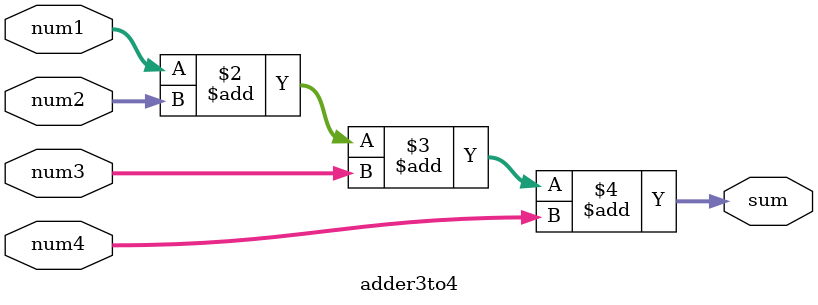
<source format=v>
module adder3to4(num1, num2, num3, num4,sum);
 input[2:0] num1, num2, num3, num4;
 output[3:0] sum;
 reg[3:0] sum;
 always @ (num1, num2, num3, num4)
 begin
 sum = num1 + num2 + num3 + num4;
 end
endmodule

</source>
